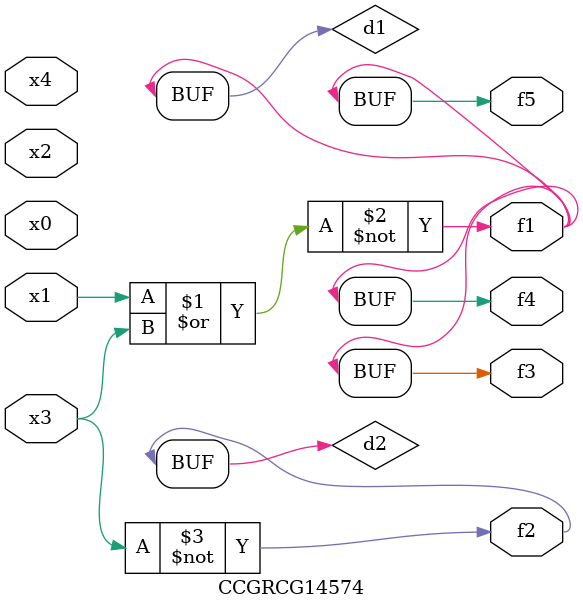
<source format=v>
module CCGRCG14574(
	input x0, x1, x2, x3, x4,
	output f1, f2, f3, f4, f5
);

	wire d1, d2;

	nor (d1, x1, x3);
	not (d2, x3);
	assign f1 = d1;
	assign f2 = d2;
	assign f3 = d1;
	assign f4 = d1;
	assign f5 = d1;
endmodule

</source>
